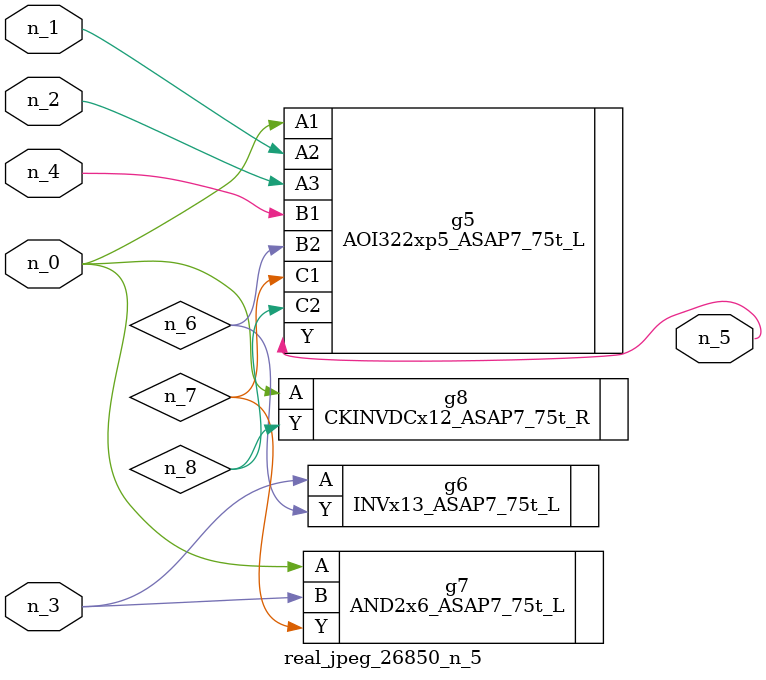
<source format=v>
module real_jpeg_26850_n_5 (n_4, n_0, n_1, n_2, n_3, n_5);

input n_4;
input n_0;
input n_1;
input n_2;
input n_3;

output n_5;

wire n_8;
wire n_6;
wire n_7;

AOI322xp5_ASAP7_75t_L g5 ( 
.A1(n_0),
.A2(n_1),
.A3(n_2),
.B1(n_4),
.B2(n_6),
.C1(n_7),
.C2(n_8),
.Y(n_5)
);

AND2x6_ASAP7_75t_L g7 ( 
.A(n_0),
.B(n_3),
.Y(n_7)
);

CKINVDCx12_ASAP7_75t_R g8 ( 
.A(n_0),
.Y(n_8)
);

INVx13_ASAP7_75t_L g6 ( 
.A(n_3),
.Y(n_6)
);


endmodule
</source>
